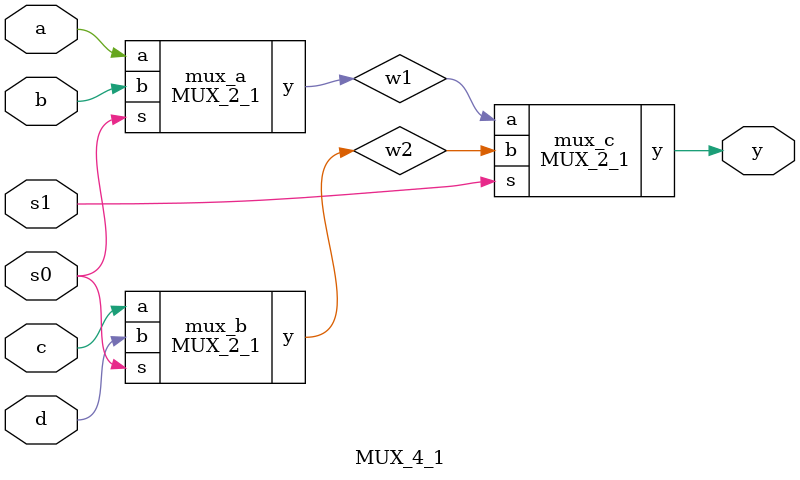
<source format=v>

module MUX_2_1(y,a,b,s);
output y; reg y;
input a,b,s;

always @(a or b or s)
begin
        if (s==1)
                y=b;
        else
                y=a;
end
endmodule

//4X1 Mux
module MUX_4_1(y,a,b,c,d,s1,s0);
output reg y;
input a,b,c,d,s1,s0;
wire w1,w2;
MUX_2_1 mux_a(.y(w1),.a(a),.b(b),.s(s0));
MUX_2_1 mux_b(.y(w2),.a(c),.b(d),.s(s0));
MUX_2_1 mux_c(.y(y),.a(w1),.b(w2),.s(s1));
endmodule

</source>
